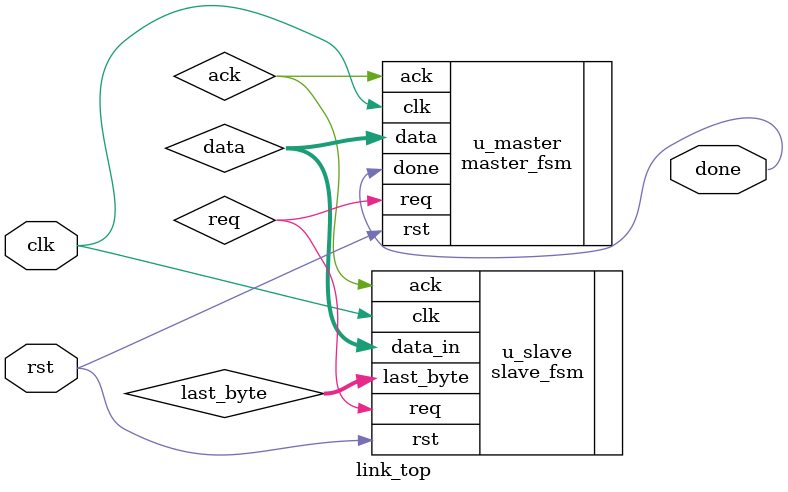
<source format=v>
module link_top(
    input  wire clk,
    input  wire rst,
    output wire done
);
    wire req, ack;
    wire [7:0] data, last_byte;

    master_fsm u_master(
        .clk(clk), .rst(rst),
        .ack(ack), .req(req), .data(data), .done(done)
    );

    slave_fsm u_slave(
        .clk(clk), .rst(rst),
        .req(req), .data_in(data), .ack(ack), .last_byte(last_byte)
    );
endmodule

</source>
